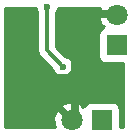
<source format=gbr>
G04 #@! TF.FileFunction,Copper,L2,Bot,Signal*
%FSLAX46Y46*%
G04 Gerber Fmt 4.6, Leading zero omitted, Abs format (unit mm)*
G04 Created by KiCad (PCBNEW no-vcs-found-product) date 17.07.2015 (пт) 15,05,13 EEST*
%MOMM*%
G01*
G04 APERTURE LIST*
%ADD10C,0.100000*%
%ADD11R,1.800000X1.800000*%
%ADD12C,1.800000*%
%ADD13C,0.838200*%
%ADD14C,0.900000*%
%ADD15C,0.600000*%
%ADD16C,0.635000*%
%ADD17C,0.304800*%
%ADD18C,0.254000*%
G04 APERTURE END LIST*
D10*
D11*
X25400000Y-22860000D03*
D12*
X25400000Y-20320000D03*
D11*
X24130000Y-29210000D03*
D12*
X21590000Y-29210000D03*
D13*
X16700500Y-25654000D03*
D14*
X21907500Y-25209500D03*
D15*
X20889000Y-24704000D03*
X19494500Y-19621500D03*
D16*
X16700500Y-25654000D02*
X21399500Y-25654000D01*
X21399500Y-25654000D02*
X21844000Y-25209500D01*
X21844000Y-25209500D02*
X21907500Y-25209500D01*
X21907500Y-25209500D02*
X21907500Y-22161500D01*
X23812500Y-20256500D02*
X25400000Y-20256500D01*
X21907500Y-22161500D02*
X23812500Y-20256500D01*
X25400000Y-20256500D02*
X25400000Y-20320000D01*
X21907500Y-25209500D02*
X21907500Y-28765500D01*
X21907500Y-28765500D02*
X21526500Y-29146500D01*
X21526500Y-29146500D02*
X21590000Y-29210000D01*
D17*
X19494500Y-23309500D02*
X19494500Y-19621500D01*
X20889000Y-24704000D02*
X19494500Y-23309500D01*
D18*
G36*
X25593747Y-20334142D02*
X25414142Y-20513747D01*
X25400000Y-20499605D01*
X25385857Y-20513747D01*
X25206252Y-20334142D01*
X25220395Y-20320000D01*
X25206252Y-20305857D01*
X25385857Y-20126252D01*
X25400000Y-20140395D01*
X25414142Y-20126252D01*
X25593747Y-20305857D01*
X25579605Y-20320000D01*
X25593747Y-20334142D01*
X25593747Y-20334142D01*
G37*
X25593747Y-20334142D02*
X25414142Y-20513747D01*
X25400000Y-20499605D01*
X25385857Y-20513747D01*
X25206252Y-20334142D01*
X25220395Y-20320000D01*
X25206252Y-20305857D01*
X25385857Y-20126252D01*
X25400000Y-20140395D01*
X25414142Y-20126252D01*
X25593747Y-20305857D01*
X25579605Y-20320000D01*
X25593747Y-20334142D01*
G36*
X25985000Y-29795000D02*
X25677440Y-29795000D01*
X25677440Y-28310000D01*
X25630463Y-28067877D01*
X25490673Y-27855073D01*
X25279640Y-27712623D01*
X25030000Y-27662560D01*
X23230000Y-27662560D01*
X22987877Y-27709537D01*
X22775073Y-27849327D01*
X22639701Y-28049873D01*
X22605110Y-28015282D01*
X22490553Y-28129838D01*
X22404148Y-27873357D01*
X21830664Y-27663542D01*
X21220540Y-27689161D01*
X20775852Y-27873357D01*
X20689446Y-28129841D01*
X21590000Y-29030395D01*
X21604142Y-29016252D01*
X21783747Y-29195857D01*
X21769605Y-29210000D01*
X21783747Y-29224142D01*
X21604142Y-29403747D01*
X21590000Y-29389605D01*
X21575857Y-29403747D01*
X21396252Y-29224142D01*
X21410395Y-29210000D01*
X20509841Y-28309446D01*
X20253357Y-28395852D01*
X20043542Y-28969336D01*
X20069161Y-29579460D01*
X20158440Y-29795000D01*
X15925000Y-29795000D01*
X15925000Y-19735000D01*
X18559400Y-19735000D01*
X18559338Y-19806667D01*
X18701383Y-20150443D01*
X18707100Y-20156169D01*
X18707100Y-23309500D01*
X18767037Y-23610825D01*
X18937724Y-23866276D01*
X19953843Y-24882395D01*
X19953838Y-24889167D01*
X20095883Y-25232943D01*
X20358673Y-25496192D01*
X20702201Y-25638838D01*
X21074167Y-25639162D01*
X21417943Y-25497117D01*
X21681192Y-25234327D01*
X21823838Y-24890799D01*
X21824162Y-24518833D01*
X21682117Y-24175057D01*
X21419327Y-23911808D01*
X21075799Y-23769162D01*
X21067706Y-23769154D01*
X20281900Y-22983348D01*
X20281900Y-20156610D01*
X20286692Y-20151827D01*
X20429338Y-19808299D01*
X20429401Y-19735000D01*
X23979520Y-19735000D01*
X23853542Y-20079336D01*
X23879161Y-20689460D01*
X24063357Y-21134148D01*
X24319838Y-21220553D01*
X24205282Y-21335110D01*
X24240876Y-21370704D01*
X24045073Y-21499327D01*
X23902623Y-21710360D01*
X23852560Y-21960000D01*
X23852560Y-23760000D01*
X23899537Y-24002123D01*
X24039327Y-24214927D01*
X24250360Y-24357377D01*
X24500000Y-24407440D01*
X25985000Y-24407440D01*
X25985000Y-29795000D01*
X25985000Y-29795000D01*
G37*
X25985000Y-29795000D02*
X25677440Y-29795000D01*
X25677440Y-28310000D01*
X25630463Y-28067877D01*
X25490673Y-27855073D01*
X25279640Y-27712623D01*
X25030000Y-27662560D01*
X23230000Y-27662560D01*
X22987877Y-27709537D01*
X22775073Y-27849327D01*
X22639701Y-28049873D01*
X22605110Y-28015282D01*
X22490553Y-28129838D01*
X22404148Y-27873357D01*
X21830664Y-27663542D01*
X21220540Y-27689161D01*
X20775852Y-27873357D01*
X20689446Y-28129841D01*
X21590000Y-29030395D01*
X21604142Y-29016252D01*
X21783747Y-29195857D01*
X21769605Y-29210000D01*
X21783747Y-29224142D01*
X21604142Y-29403747D01*
X21590000Y-29389605D01*
X21575857Y-29403747D01*
X21396252Y-29224142D01*
X21410395Y-29210000D01*
X20509841Y-28309446D01*
X20253357Y-28395852D01*
X20043542Y-28969336D01*
X20069161Y-29579460D01*
X20158440Y-29795000D01*
X15925000Y-29795000D01*
X15925000Y-19735000D01*
X18559400Y-19735000D01*
X18559338Y-19806667D01*
X18701383Y-20150443D01*
X18707100Y-20156169D01*
X18707100Y-23309500D01*
X18767037Y-23610825D01*
X18937724Y-23866276D01*
X19953843Y-24882395D01*
X19953838Y-24889167D01*
X20095883Y-25232943D01*
X20358673Y-25496192D01*
X20702201Y-25638838D01*
X21074167Y-25639162D01*
X21417943Y-25497117D01*
X21681192Y-25234327D01*
X21823838Y-24890799D01*
X21824162Y-24518833D01*
X21682117Y-24175057D01*
X21419327Y-23911808D01*
X21075799Y-23769162D01*
X21067706Y-23769154D01*
X20281900Y-22983348D01*
X20281900Y-20156610D01*
X20286692Y-20151827D01*
X20429338Y-19808299D01*
X20429401Y-19735000D01*
X23979520Y-19735000D01*
X23853542Y-20079336D01*
X23879161Y-20689460D01*
X24063357Y-21134148D01*
X24319838Y-21220553D01*
X24205282Y-21335110D01*
X24240876Y-21370704D01*
X24045073Y-21499327D01*
X23902623Y-21710360D01*
X23852560Y-21960000D01*
X23852560Y-23760000D01*
X23899537Y-24002123D01*
X24039327Y-24214927D01*
X24250360Y-24357377D01*
X24500000Y-24407440D01*
X25985000Y-24407440D01*
X25985000Y-29795000D01*
M02*

</source>
